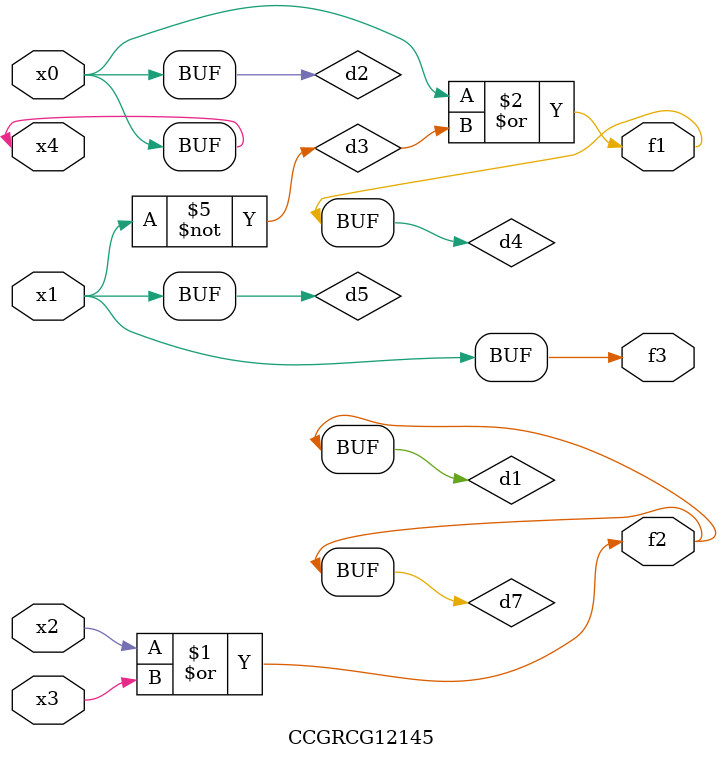
<source format=v>
module CCGRCG12145(
	input x0, x1, x2, x3, x4,
	output f1, f2, f3
);

	wire d1, d2, d3, d4, d5, d6, d7;

	or (d1, x2, x3);
	buf (d2, x0, x4);
	not (d3, x1);
	or (d4, d2, d3);
	not (d5, d3);
	nand (d6, d1, d3);
	or (d7, d1);
	assign f1 = d4;
	assign f2 = d7;
	assign f3 = d5;
endmodule

</source>
